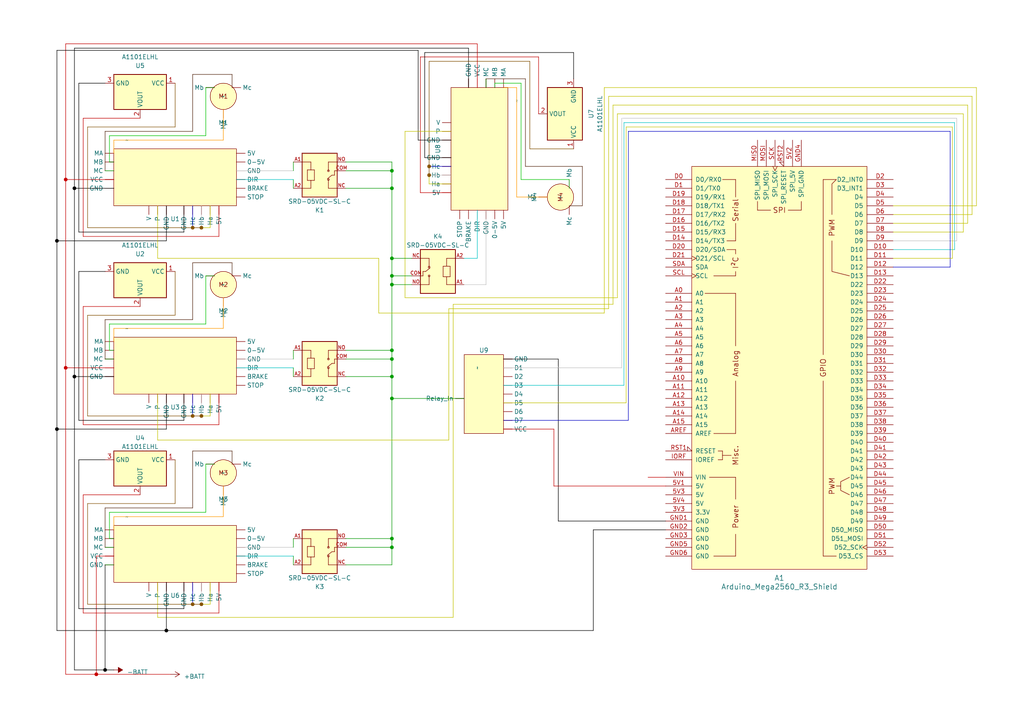
<source format=kicad_sch>
(kicad_sch (version 20230121) (generator eeschema)
  (paper "A4")
  (lib_symbols
    (symbol "Motor_DC_3Phase_1"
      (property "Reference" "M4" (at 0 7.62 0))
      (property "Value" "~" (at 0 0 0))
      (symbol "Motor_DC_3Phase_1_1_1"
        (circle (center 0 0) (radius 3.81) (fill (type background)))
        (text "M4" (at 0 0 0) (effects (font (size 1.27 1.27))))
        (pin passive line (at 0 3.81 90) (length 2.54) (name "Ma") (number ""))
        (pin passive line (at 2.54 -2.54 0) (length 2.54) (name "Mb") (number ""))
        (pin passive line (at -2.54 -2.54 180) (length 2.54) (name "Mc") (number ""))
      )
    )
    (symbol "Motor_DC_3Phase_2"
      (property "Reference" "M1" (at 0 7.62 0))
      (property "Value" "~" (at 0 0 0))
      (symbol "Motor_DC_3Phase_2_1_1"
        (circle (center 0 0) (radius 3.81) (fill (type background)))
        (text "M1" (at 0 0 0) (effects (font (size 1.27 1.27))))
        (pin passive line (at 0 3.81 90) (length 2.54) (name "Ma") (number ""))
        (pin passive line (at 2.54 -2.54 0) (length 2.54) (name "Mb") (number ""))
        (pin passive line (at -2.54 -2.54 180) (length 2.54) (name "Mc") (number ""))
      )
    )
    (symbol "Motor_DC_3Phase_3"
      (property "Reference" "M2" (at 0 7.62 0))
      (property "Value" "~" (at 0 0 0))
      (symbol "Motor_DC_3Phase_3_1_1"
        (circle (center 0 0) (radius 3.81) (fill (type background)))
        (text "M2" (at 0 0 0) (effects (font (size 1.27 1.27))))
        (pin passive line (at 0 3.81 90) (length 2.54) (name "Ma") (number ""))
        (pin passive line (at 2.54 -2.54 0) (length 2.54) (name "Mb") (number ""))
        (pin passive line (at -2.54 -2.54 180) (length 2.54) (name "Mc") (number ""))
      )
    )
    (symbol "PCM_arduino-library:Arduino_Mega2560_R3_Shield" (pin_names (offset 1.016))
      (property "Reference" "A" (at 0 -62.23 0))
      (property "Value" "Arduino_Mega2560_R3_Shield" (at 0 -66.04 0))
      (symbol "Arduino_Mega2560_R3_Shield_0_0"
        (rectangle (start -25.4 -58.42) (end 25.4 58.42) (fill (type background)))
        (rectangle (start -20.32 -31.75) (end -12.7 -31.75))
        (rectangle (start -19.05 -54.61) (end -12.7 -54.61))
        (rectangle (start -19.05 -19.05) (end -12.7 -19.05))
        (rectangle (start -19.05 26.67) (end -12.7 26.67))
        (rectangle (start -17.78 -26.67) (end -16.51 -26.67))
        (rectangle (start -17.78 -24.13) (end -16.51 -24.13))
        (rectangle (start -16.51 -25.4) (end -13.97 -25.4))
        (rectangle (start -16.51 -24.13) (end -16.51 -26.67))
        (rectangle (start -16.51 54.61) (end -12.7 54.61))
        (rectangle (start -15.24 34.29) (end -12.7 34.29))
        (rectangle (start -15.24 36.83) (end -12.7 36.83))
        (rectangle (start -12.7 -54.61) (end -12.7 -48.26))
        (rectangle (start -12.7 -31.75) (end -12.7 -38.1))
        (rectangle (start -12.7 26.67) (end -12.7 27.94))
        (rectangle (start -12.7 34.29) (end -12.7 33.02))
        (rectangle (start -12.7 41.91) (end -12.7 36.83))
        (rectangle (start -12.7 49.53) (end -12.7 54.61))
        (rectangle (start -6.35 48.26) (end -6.35 45.72))
        (rectangle (start -2.54 45.72) (end -6.35 45.72))
        (polyline (pts (xy -21.59 21.59) (xy -12.7 21.59)))
        (polyline (pts (xy -12.7 -19.05) (xy -12.7 -3.81)))
        (polyline (pts (xy -12.7 6.35) (xy -12.7 21.59)))
        (polyline (pts (xy 12.7 -54.61) (xy 16.51 -54.61)))
        (polyline (pts (xy 12.7 54.61) (xy 16.51 54.61)))
        (polyline (pts (xy 17.78 -34.29) (xy 16.51 -34.29)))
        (polyline (pts (xy 15.24 36.83) (xy 15.24 27.94) (xy 20.32 26.67)))
        (polyline (pts (xy 15.24 44.45) (xy 15.24 53.34) (xy 16.51 54.61)))
        (polyline (pts (xy 20.32 -31.75) (xy 17.78 -33.02) (xy 17.78 -35.56) (xy 20.32 -36.83)))
        (rectangle (start 6.35 45.72) (end 2.54 45.72))
        (rectangle (start 6.35 48.26) (end 6.35 45.72))
        (text "Analog" (at -12.7 1.27 900) (effects (font (size 1.524 1.524))))
        (text "I²C" (at -12.7 30.48 900) (effects (font (size 1.524 1.524))))
        (text "Misc." (at -12.7 -25.4 900) (effects (font (size 1.524 1.524))))
        (text "Power" (at -12.7 -43.18 900) (effects (font (size 1.524 1.524))))
        (text "PWM" (at 15.24 -34.29 900) (effects (font (size 1.524 1.524))))
        (text "PWM" (at 15.24 40.64 900) (effects (font (size 1.524 1.524))))
        (text "Serial" (at -12.7 45.72 900) (effects (font (size 1.524 1.524))))
        (text "SPI" (at 0 45.72 0) (effects (font (size 1.524 1.524))))
      )
      (symbol "Arduino_Mega2560_R3_Shield_1_0"
        (rectangle (start 12.7 -54.61) (end 12.7 -3.81))
        (rectangle (start 12.7 54.61) (end 12.7 3.81))
        (text "GPIO" (at 12.7 0 900) (effects (font (size 1.524 1.524))))
      )
      (symbol "Arduino_Mega2560_R3_Shield_1_1"
        (pin power_out line (at -33.02 -41.91 0) (length 7.62) (name "3.3V") (number "3V3"))
        (pin power_in line (at -33.02 -34.29 0) (length 7.62) (name "5V") (number "5V1"))
        (pin power_in line (at 3.81 66.04 270) (length 7.62) (name "SPI_5V") (number "5V2"))
        (pin power_in line (at -33.02 -36.83 0) (length 7.62) (name "5V") (number "5V3"))
        (pin power_in line (at -33.02 -39.37 0) (length 7.62) (name "5V") (number "5V4"))
        (pin bidirectional line (at -33.02 21.59 0) (length 7.62) (name "A0") (number "A0"))
        (pin bidirectional line (at -33.02 19.05 0) (length 7.62) (name "A1") (number "A1"))
        (pin bidirectional line (at -33.02 -3.81 0) (length 7.62) (name "A10") (number "A10"))
        (pin bidirectional line (at -33.02 -6.35 0) (length 7.62) (name "A11") (number "A11"))
        (pin bidirectional line (at -33.02 -8.89 0) (length 7.62) (name "A12") (number "A12"))
        (pin bidirectional line (at -33.02 -11.43 0) (length 7.62) (name "A13") (number "A13"))
        (pin bidirectional line (at -33.02 -13.97 0) (length 7.62) (name "A14") (number "A14"))
        (pin bidirectional line (at -33.02 -16.51 0) (length 7.62) (name "A15") (number "A15"))
        (pin bidirectional line (at -33.02 16.51 0) (length 7.62) (name "A2") (number "A2"))
        (pin bidirectional line (at -33.02 13.97 0) (length 7.62) (name "A3") (number "A3"))
        (pin bidirectional line (at -33.02 11.43 0) (length 7.62) (name "A4") (number "A4"))
        (pin bidirectional line (at -33.02 8.89 0) (length 7.62) (name "A5") (number "A5"))
        (pin bidirectional line (at -33.02 6.35 0) (length 7.62) (name "A6") (number "A6"))
        (pin bidirectional line (at -33.02 3.81 0) (length 7.62) (name "A7") (number "A7"))
        (pin bidirectional line (at -33.02 1.27 0) (length 7.62) (name "A8") (number "A8"))
        (pin bidirectional line (at -33.02 -1.27 0) (length 7.62) (name "A9") (number "A9"))
        (pin input line (at -33.02 -19.05 0) (length 7.62) (name "AREF") (number "AREF"))
        (pin bidirectional line (at -33.02 54.61 0) (length 7.62) (name "D0/RX0") (number "D0"))
        (pin bidirectional line (at -33.02 52.07 0) (length 7.62) (name "D1/TX0") (number "D1"))
        (pin bidirectional line (at 33.02 34.29 180) (length 7.62) (name "D10") (number "D10"))
        (pin bidirectional line (at 33.02 31.75 180) (length 7.62) (name "D11") (number "D11"))
        (pin bidirectional line (at 33.02 29.21 180) (length 7.62) (name "D12") (number "D12"))
        (pin bidirectional line (at 33.02 26.67 180) (length 7.62) (name "D13") (number "D13"))
        (pin bidirectional line (at -33.02 36.83 0) (length 7.62) (name "D14/TX3") (number "D14"))
        (pin bidirectional line (at -33.02 39.37 0) (length 7.62) (name "D15/RX3") (number "D15"))
        (pin bidirectional line (at -33.02 41.91 0) (length 7.62) (name "D16/TX2") (number "D16"))
        (pin bidirectional line (at -33.02 44.45 0) (length 7.62) (name "D17/RX2") (number "D17"))
        (pin bidirectional line (at -33.02 46.99 0) (length 7.62) (name "D18/TX1") (number "D18"))
        (pin bidirectional line (at -33.02 49.53 0) (length 7.62) (name "D19/RX1") (number "D19"))
        (pin bidirectional line (at 33.02 54.61 180) (length 7.62) (name "D2_INT0") (number "D2"))
        (pin bidirectional line (at -33.02 34.29 0) (length 7.62) (name "D20/SDA") (number "D20"))
        (pin bidirectional clock (at -33.02 31.75 0) (length 7.62) (name "D21/SCL") (number "D21"))
        (pin bidirectional line (at 33.02 24.13 180) (length 7.62) (name "D22") (number "D22"))
        (pin bidirectional line (at 33.02 21.59 180) (length 7.62) (name "D23") (number "D23"))
        (pin bidirectional line (at 33.02 19.05 180) (length 7.62) (name "D24") (number "D24"))
        (pin bidirectional line (at 33.02 16.51 180) (length 7.62) (name "D25") (number "D25"))
        (pin bidirectional line (at 33.02 13.97 180) (length 7.62) (name "D26") (number "D26"))
        (pin bidirectional line (at 33.02 11.43 180) (length 7.62) (name "D27") (number "D27"))
        (pin bidirectional line (at 33.02 8.89 180) (length 7.62) (name "D28") (number "D28"))
        (pin bidirectional line (at 33.02 6.35 180) (length 7.62) (name "D29") (number "D29"))
        (pin bidirectional line (at 33.02 52.07 180) (length 7.62) (name "D3_INT1") (number "D3"))
        (pin bidirectional line (at 33.02 3.81 180) (length 7.62) (name "D30") (number "D30"))
        (pin bidirectional line (at 33.02 1.27 180) (length 7.62) (name "D31") (number "D31"))
        (pin bidirectional line (at 33.02 -1.27 180) (length 7.62) (name "D32") (number "D32"))
        (pin bidirectional line (at 33.02 -3.81 180) (length 7.62) (name "D33") (number "D33"))
        (pin bidirectional line (at 33.02 -6.35 180) (length 7.62) (name "D34") (number "D34"))
        (pin bidirectional line (at 33.02 -8.89 180) (length 7.62) (name "D35") (number "D35"))
        (pin bidirectional line (at 33.02 -11.43 180) (length 7.62) (name "D36") (number "D36"))
        (pin bidirectional line (at 33.02 -13.97 180) (length 7.62) (name "D37") (number "D37"))
        (pin bidirectional line (at 33.02 -16.51 180) (length 7.62) (name "D38") (number "D38"))
        (pin bidirectional line (at 33.02 -19.05 180) (length 7.62) (name "D39") (number "D39"))
        (pin bidirectional line (at 33.02 49.53 180) (length 7.62) (name "D4") (number "D4"))
        (pin bidirectional line (at 33.02 -21.59 180) (length 7.62) (name "D40") (number "D40"))
        (pin bidirectional line (at 33.02 -24.13 180) (length 7.62) (name "D41") (number "D41"))
        (pin bidirectional line (at 33.02 -26.67 180) (length 7.62) (name "D42") (number "D42"))
        (pin bidirectional line (at 33.02 -29.21 180) (length 7.62) (name "D43") (number "D43"))
        (pin bidirectional line (at 33.02 -31.75 180) (length 7.62) (name "D44") (number "D44"))
        (pin bidirectional line (at 33.02 -34.29 180) (length 7.62) (name "D45") (number "D45"))
        (pin bidirectional line (at 33.02 -36.83 180) (length 7.62) (name "D46") (number "D46"))
        (pin bidirectional line (at 33.02 -39.37 180) (length 7.62) (name "D47") (number "D47"))
        (pin bidirectional line (at 33.02 -41.91 180) (length 7.62) (name "D48") (number "D48"))
        (pin bidirectional line (at 33.02 -44.45 180) (length 7.62) (name "D49") (number "D49"))
        (pin bidirectional line (at 33.02 46.99 180) (length 7.62) (name "D5") (number "D5"))
        (pin bidirectional line (at 33.02 -46.99 180) (length 7.62) (name "D50_MISO") (number "D50"))
        (pin bidirectional line (at 33.02 -49.53 180) (length 7.62) (name "D51_MOSI") (number "D51"))
        (pin bidirectional clock (at 33.02 -52.07 180) (length 7.62) (name "D52_SCK") (number "D52"))
        (pin bidirectional line (at 33.02 -54.61 180) (length 7.62) (name "D53_CS") (number "D53"))
        (pin bidirectional line (at 33.02 44.45 180) (length 7.62) (name "D6") (number "D6"))
        (pin bidirectional line (at 33.02 41.91 180) (length 7.62) (name "D7") (number "D7"))
        (pin bidirectional line (at 33.02 39.37 180) (length 7.62) (name "D8") (number "D8"))
        (pin bidirectional line (at 33.02 36.83 180) (length 7.62) (name "D9") (number "D9"))
        (pin power_in line (at -33.02 -44.45 0) (length 7.62) (name "GND") (number "GND1"))
        (pin power_in line (at -33.02 -46.99 0) (length 7.62) (name "GND") (number "GND2"))
        (pin power_in line (at -33.02 -49.53 0) (length 7.62) (name "GND") (number "GND3"))
        (pin power_in line (at 6.35 66.04 270) (length 7.62) (name "SPI_GND") (number "GND4"))
        (pin power_in line (at -33.02 -52.07 0) (length 7.62) (name "GND") (number "GND5"))
        (pin power_in line (at -33.02 -54.61 0) (length 7.62) (name "GND") (number "GND6"))
        (pin output line (at -33.02 -26.67 0) (length 7.62) (name "IOREF") (number "IORF"))
        (pin input line (at -6.35 66.04 270) (length 7.62) (name "SPI_MISO") (number "MISO"))
        (pin output line (at -3.81 66.04 270) (length 7.62) (name "SPI_MOSI") (number "MOSI"))
        (pin open_collector input_low (at -33.02 -24.13 0) (length 7.62) (name "RESET") (number "RST1"))
        (pin open_collector input_low (at 1.27 66.04 270) (length 7.62) (name "SPI_RESET") (number "RST2"))
        (pin output clock (at -1.27 66.04 270) (length 7.62) (name "SPI_SCK") (number "SCK"))
        (pin bidirectional clock (at -33.02 26.67 0) (length 7.62) (name "SCL") (number "SCL"))
        (pin bidirectional line (at -33.02 29.21 0) (length 7.62) (name "SDA") (number "SDA"))
        (pin power_in line (at -33.02 -31.75 0) (length 7.62) (name "VIN") (number "VIN"))
      )
    )
    (symbol "SRD-05VDC-SL-C:SRD-05VDC-SL-C" (pin_names (offset 1.016))
      (property "Reference" "K" (at -5.0809 5.843 0))
      (property "Value" "SRD-05VDC-SL-C" (at -5.0832 -10.1664 0))
      (symbol "SRD-05VDC-SL-C_0_0"
        (rectangle (start -5.08 -7.62) (end 5.08 5.08) (stroke (width 0.254)) (fill (type background)))
        (polyline (pts (xy -5.08 2.54) (xy -2.54 2.54)) (stroke (width 0.1524)))
        (polyline (pts (xy -3.556 -2.794) (xy -2.54 -2.794)) (stroke (width 0.1524)))
        (polyline (pts (xy -3.556 0.254) (xy -3.556 -2.794)) (stroke (width 0.1524)))
        (polyline (pts (xy -2.54 -5.08) (xy -5.08 -5.08)) (stroke (width 0.1524)))
        (polyline (pts (xy -2.54 -2.794) (xy -2.54 -5.08)) (stroke (width 0.1524)))
        (polyline (pts (xy -2.54 -2.794) (xy -1.524 -2.794)) (stroke (width 0.1524)))
        (polyline (pts (xy -2.54 0.254) (xy -3.556 0.254)) (stroke (width 0.1524)))
        (polyline (pts (xy -2.54 2.54) (xy -2.54 0.254)) (stroke (width 0.1524)))
        (polyline (pts (xy -1.524 -2.794) (xy -1.524 0.254)) (stroke (width 0.1524)))
        (polyline (pts (xy -1.524 0.254) (xy -2.54 0.254)) (stroke (width 0.1524)))
        (polyline (pts (xy 2.54 -5.08) (xy 5.08 -5.08)) (stroke (width 0.1524)))
        (polyline (pts (xy 2.54 -2.54) (xy 2.54 -5.08)) (stroke (width 0.1524)))
        (polyline (pts (xy 2.54 2.54) (xy 2.54 0)) (stroke (width 0.1524)))
        (polyline (pts (xy 3.556 -1.27) (xy 2.286 -2.286)) (stroke (width 0.1524)))
        (polyline (pts (xy 3.556 -1.27) (xy 4.318 -1.27)) (stroke (width 0.1524)))
        (polyline (pts (xy 4.318 -1.27) (xy 4.318 0)) (stroke (width 0.1524)))
        (polyline (pts (xy 4.318 0) (xy 5.08 0)) (stroke (width 0.1524)))
        (polyline (pts (xy 5.08 2.54) (xy 2.54 2.54)) (stroke (width 0.1524)))
        (circle (center 2.54 -2.54) (radius 0.254) (stroke (width 0.1524)))
        (circle (center 2.54 0) (radius 0.254) (stroke (width 0.1524)))
        (pin passive line (at -7.62 2.54 0) (length 2.54) (name "~") (number "A1"))
        (pin passive line (at -7.62 -5.08 0) (length 2.54) (name "~") (number "A2"))
        (pin passive line (at 7.62 0 180) (length 2.54) (name "~") (number "COM"))
        (pin passive line (at 7.62 -5.08 180) (length 2.54) (name "~") (number "NC"))
        (pin passive line (at 7.62 2.54 180) (length 2.54) (name "~") (number "NO"))
      )
    )
    (symbol "Sensor_Magnetic:A1101ELHL"
      (property "Reference" "U" (at 0 11.43 0))
      (property "Value" "A1101ELHL" (at 0 8.89 0))
      (symbol "A1101ELHL_0_1"
        (rectangle (start -5.08 7.62) (end 5.08 -7.62) (stroke (width 0.254)) (fill (type background)))
      )
      (symbol "A1101ELHL_1_1"
        (pin power_in line (at -2.54 10.16 270) (length 2.54) (name "VCC") (number "1"))
        (pin open_collector line (at 7.62 0 180) (length 2.54) (name "VOUT") (number "2"))
        (pin power_in line (at -2.54 -10.16 90) (length 2.54) (name "GND") (number "3"))
      )
    )
    (symbol "external-components:Motor_DC_3Phase"
      (property "Reference" "M3" (at 0 7.62 0))
      (property "Value" "~" (at 0 0 0))
      (symbol "Motor_DC_3Phase_1_1"
        (circle (center 0 0) (radius 3.81) (fill (type background)))
        (text "M3" (at 0 0 0) (effects (font (size 1.27 1.27))))
        (pin passive line (at 0 3.81 90) (length 2.54) (name "Ma") (number ""))
        (pin passive line (at 2.54 -2.54 0) (length 2.54) (name "Mb") (number ""))
        (pin passive line (at -2.54 -2.54 180) (length 2.54) (name "Mc") (number ""))
      )
    )
    (symbol "external-components:Relay_to_Arduino"
      (property "Reference" "U9" (at -12.7 0 0))
      (property "Value" "~" (at -7.62 -3.81 0))
      (symbol "Relay_to_Arduino_1_1"
        (rectangle (start -11.43 3.81) (end 11.43 -7.62) (fill (type background)))
        (pin bidirectional line (at -7.62 3.81 90) (length 2.54) (name "D1") (number ""))
        (pin bidirectional line (at -5.08 3.81 90) (length 2.54) (name "D2") (number ""))
        (pin bidirectional line (at -2.54 3.81 90) (length 2.54) (name "D3") (number ""))
        (pin bidirectional line (at 0 3.81 90) (length 2.54) (name "D4") (number ""))
        (pin bidirectional line (at 2.54 3.81 90) (length 2.54) (name "D5") (number ""))
        (pin bidirectional line (at 5.08 3.81 90) (length 2.54) (name "D6") (number ""))
        (pin bidirectional line (at 7.62 3.81 90) (length 2.54) (name "D7") (number ""))
        (pin bidirectional line (at -10.16 3.81 90) (length 2.54) (name "GND") (number ""))
        (pin bidirectional line (at 1.27 -7.62 270) (length 2.54) (name "Relay_In") (number ""))
        (pin bidirectional line (at 10.16 3.81 90) (length 2.54) (name "VCC") (number ""))
      )
    )
    (symbol "external-components:RioRand_350W_6-60V_PWM_Brushless_DC_Motor_Controller"
      (property "Reference" "U" (at -20.32 11.43 0))
      (symbol "RioRand_350W_6-60V_PWM_Brushless_DC_Motor_Controller_1_1"
        (rectangle (start -24.13 8.89) (end 11.43 -7.62) (fill (type background)))
        (pin input line (at 11.43 5.08 0) (length 2.54) (name "0-5V") (number ""))
        (pin input line (at 6.35 -7.62 270) (length 2.54) (name "5V") (number ""))
        (pin input line (at 11.43 7.62 0) (length 2.54) (name "5V") (number ""))
        (pin input line (at 11.43 -2.54 0) (length 2.54) (name "BRAKE") (number ""))
        (pin input line (at 11.43 0 0) (length 2.54) (name "DIR") (number ""))
        (pin power_in line (at -24.13 -2.54 180) (length 2.54) (name "GND") (number ""))
        (pin output line (at -8.89 -7.62 270) (length 2.54) (name "GND") (number ""))
        (pin input line (at -3.81 -7.62 270) (length 2.54) (name "GND") (number ""))
        (pin input line (at 11.43 2.54 0) (length 2.54) (name "GND") (number ""))
        (pin input line (at 3.81 -7.62 270) (length 2.54) (name "Ha") (number ""))
        (pin input line (at 1.27 -7.62 270) (length 2.54) (name "Hb") (number ""))
        (pin input line (at -1.27 -7.62 270) (length 2.54) (name "Hc") (number ""))
        (pin input line (at -24.13 7.62 180) (length 2.54) (name "MA") (number ""))
        (pin input line (at -24.13 5.08 180) (length 2.54) (name "MB") (number ""))
        (pin input line (at -24.13 2.54 180) (length 2.54) (name "MC") (number ""))
        (pin output line (at -11.43 -7.62 270) (length 2.54) (name "P") (number ""))
        (pin input line (at 11.43 -5.08 0) (length 2.54) (name "STOP") (number ""))
        (pin output line (at -13.97 -7.62 270) (length 2.54) (name "V") (number ""))
        (pin power_in line (at -24.13 0 180) (length 2.54) (name "VCC") (number ""))
      )
    )
    (symbol "power:+BATT" (power) (pin_names (offset 0))
      (property "Value" "+BATT" (at 0 3.556 0))
      (symbol "+BATT_0_1"
        (polyline (pts (xy -0.762 1.27) (xy 0 2.54)))
        (polyline (pts (xy 0 0) (xy 0 2.54)))
        (polyline (pts (xy 0 2.54) (xy 0.762 1.27)))
      )
      (symbol "+BATT_1_1"
        (pin power_in line (at 0 0 90) (length 0) hide (name "+BATT") (number "1"))
      )
    )
    (symbol "power:-BATT" (power) (pin_names (offset 0))
      (property "Value" "-BATT" (at 0 3.556 0))
      (symbol "-BATT_0_1"
        (polyline (pts (xy 0 0) (xy 0 2.54)))
        (polyline (pts (xy 0.762 1.27) (xy -0.762 1.27) (xy 0 2.54) (xy 0.762 1.27)) (fill (type outline)))
      )
      (symbol "-BATT_1_1"
        (pin power_in line (at 0 0 90) (length 0) hide (name "-BATT") (number "1"))
      )
    )
  )
  (junction (at 113.665 74.93))
  (junction (at 113.665 82.55))
  (junction (at 113.665 115.57))
  (junction (at 27.94 195.58) (color 194 0 0 1))
  (junction (at 55.88 175.26) (color 128 77 0 1))
  (junction (at 48.26 182.88) (color 0 0 0 1))
  (junction (at 55.88 120.65) (color 128 77 0 1))
  (junction (at 16.51 124.46) (color 0 0 0 1))
  (junction (at 19.05 106.68) (color 194 0 0 1))
  (junction (at 113.665 54.61))
  (junction (at 21.59 109.22) (color 0 0 0 1))
  (junction (at 19.05 52.07) (color 194 0 0 1))
  (junction (at 58.42 120.65) (color 128 77 0 1))
  (junction (at 30.48 194.31) (color 0 0 0 1))
  (junction (at 58.42 66.04) (color 128 77 0 1))
  (junction (at 124.46 50.8) (color 128 77 0 1))
  (junction (at 113.665 49.53))
  (junction (at 113.665 101.6))
  (junction (at 124.46 48.26) (color 128 77 0 1))
  (junction (at 113.665 158.75))
  (junction (at 58.42 175.26) (color 128 77 0 1))
  (junction (at 113.665 109.22))
  (junction (at 113.665 156.21))
  (junction (at 16.51 69.85) (color 0 0 0 1))
  (junction (at 21.59 54.61) (color 0 0 0 1))
  (junction (at 113.665 104.14))
  (junction (at 113.665 80.01))
  (junction (at 55.88 66.04) (color 128 77 0 1))
  (wire (pts (xy 30.48 163.83) (xy 30.48 194.31)) (stroke (width 0) (color 0 0 0 1)))
  (wire (pts (xy 19.05 195.58) (xy 27.94 195.58)) (stroke (width 0) (color 194 0 0 1)))
  (wire (pts (xy 158.75 57.15) (xy 149.86 57.15)) (stroke (width 0) (color 255 153 0 1)))
  (wire (pts (xy 55.88 147.32) (xy 30.48 147.32)) (stroke (width 0) (color 84 39 17 1)))
  (wire (pts (xy 62.23 134.62) (xy 59.69 134.62)))
  (wire (pts (xy 63.5 177.8) (xy 63.5 168.91)) (stroke (width 0) (color 194 0 0 1)))
  (wire (pts (xy 30.48 78.74) (xy 22.86 78.74)) (stroke (width 0) (color 0 0 0 1)))
  (wire (pts (xy 58.42 175.26) (xy 58.42 168.91)) (stroke (width 0) (color 194 194 194 1)))
  (wire (pts (xy 64.77 86.36) (xy 64.77 95.25)) (stroke (width 0) (color 255 153 0 1)))
  (wire (pts (xy 31.75 39.37) (xy 31.75 46.99)) (stroke (width 0) (color 0 194 0 1)))
  (wire (pts (xy 50.8 146.05) (xy 25.4 146.05)) (stroke (width 0) (color 128 77 0 1)))
  (wire (pts (xy 123.19 45.72) (xy 130.81 45.72)) (stroke (width 0) (color 0 0 0 1)))
  (wire (pts (xy 30.48 158.75) (xy 33.02 158.75)))
  (wire (pts (xy 55.88 66.04) (xy 58.42 66.04)) (stroke (width 0) (color 128 77 0 1)))
  (wire (pts (xy 45.72 114.3) (xy 45.72 127.635)) (stroke (width 0) (color 194 194 0 1)))
  (wire (pts (xy 58.42 175.26) (xy 60.96 175.26)) (stroke (width 0) (color 194 194 0 1)))
  (wire (pts (xy 181.61 116.84) (xy 181.61 36.83)) (stroke (width 0) (color 194 194 0 1)))
  (wire (pts (xy 143.51 25.4) (xy 143.51 24.13)))
  (wire (pts (xy 30.48 92.71) (xy 30.48 104.14)) (stroke (width 0) (color 84 39 17 1)))
  (wire (pts (xy 276.86 72.39) (xy 259.08 72.39)) (stroke (width 0) (color 0 194 194 1)))
  (wire (pts (xy 59.69 25.4) (xy 59.69 39.37)) (stroke (width 0) (color 0 194 0 1)))
  (wire (pts (xy 153.67 43.18) (xy 153.67 17.78)) (stroke (width 0) (color 128 77 0 1)))
  (wire (pts (xy 179.07 33.02) (xy 279.4 33.02)) (stroke (width 0) (color 194 194 0 1)))
  (wire (pts (xy 59.69 39.37) (xy 31.75 39.37)) (stroke (width 0) (color 0 194 0 1)))
  (wire (pts (xy 149.86 57.15) (xy 149.86 25.4)) (stroke (width 0) (color 255 153 0 1)))
  (wire (pts (xy 68.58 104.14) (xy 85.09 104.14)) (stroke (width 0) (color 194 194 194 1)))
  (wire (pts (xy 33.02 46.99) (xy 31.75 46.99)))
  (wire (pts (xy 277.495 69.85) (xy 259.08 69.85)) (stroke (width 0) (color 194 194 194 1)))
  (wire (pts (xy 113.665 156.21) (xy 113.665 115.57)))
  (wire (pts (xy 67.31 80.01) (xy 67.31 76.2)) (stroke (width 0) (color 84 39 17 1)))
  (wire (pts (xy 22.86 133.35) (xy 22.86 176.53)) (stroke (width 0) (color 0 0 0 1)))
  (wire (pts (xy 172.085 182.88) (xy 48.26 182.88)) (stroke (width 0) (color 0 0 0 1)))
  (wire (pts (xy 283.21 59.69) (xy 259.08 59.69)) (stroke (width 0) (color 194 194 0 1)))
  (wire (pts (xy 113.665 158.75) (xy 113.665 156.21)))
  (wire (pts (xy 113.665 80.01) (xy 119.38 80.01)))
  (wire (pts (xy 165.1 54.61) (xy 165.1 52.07)))
  (wire (pts (xy 113.665 46.99) (xy 113.665 49.53)))
  (wire (pts (xy 182.245 38.1) (xy 275.59 38.1)) (stroke (width 0) (color 0 0 194 1)))
  (wire (pts (xy 124.46 48.26) (xy 124.46 50.8)) (stroke (width 0) (color 128 77 0 1)))
  (wire (pts (xy 113.665 74.93) (xy 113.665 80.01)))
  (wire (pts (xy 22.86 67.31) (xy 53.34 67.31)) (stroke (width 0) (color 0 0 0 1)))
  (wire (pts (xy 276.225 36.83) (xy 276.225 74.93)) (stroke (width 0) (color 194 194 0 1)))
  (wire (pts (xy 275.59 38.1) (xy 275.59 77.47)) (stroke (width 0) (color 0 0 194 1)))
  (wire (pts (xy 24.13 143.51) (xy 24.13 177.8)) (stroke (width 0) (color 194 0 0 1)))
  (wire (pts (xy 64.77 40.64) (xy 33.02 40.64)) (stroke (width 0) (color 255 153 0 1)))
  (wire (pts (xy 58.42 66.04) (xy 58.42 59.69)) (stroke (width 0) (color 194 194 194 1)))
  (wire (pts (xy 48.26 124.46) (xy 16.51 124.46)) (stroke (width 0) (color 0 0 0 1)))
  (wire (pts (xy 100.33 109.22) (xy 113.665 109.22)))
  (wire (pts (xy 113.665 101.6) (xy 113.665 104.14)))
  (wire (pts (xy 113.665 109.22) (xy 113.665 115.57)))
  (wire (pts (xy 21.59 109.22) (xy 21.59 194.31)) (stroke (width 0) (color 0 0 0 1)))
  (wire (pts (xy 19.05 12.7) (xy 19.05 52.07)) (stroke (width 0) (color 194 0 0 1)))
  (wire (pts (xy 59.69 134.62) (xy 59.69 148.59)) (stroke (width 0) (color 0 194 0 1)))
  (wire (pts (xy 48.26 69.85) (xy 16.51 69.85)) (stroke (width 0) (color 0 0 0 1)))
  (wire (pts (xy 45.72 127.635) (xy 130.175 127.635)) (stroke (width 0) (color 194 194 0 1)))
  (wire (pts (xy 135.89 25.4) (xy 135.89 13.97)) (stroke (width 0) (color 0 0 0 1)))
  (wire (pts (xy 124.46 48.26) (xy 130.81 48.26)) (stroke (width 0) (color 0 0 194 1)))
  (wire (pts (xy 63.5 123.19) (xy 63.5 114.3)) (stroke (width 0) (color 194 0 0 1)))
  (wire (pts (xy 50.8 24.13) (xy 50.8 36.83)) (stroke (width 0) (color 128 77 0 1)))
  (wire (pts (xy 68.58 52.07) (xy 85.09 52.07)) (stroke (width 0) (color 0 194 194 1)))
  (wire (pts (xy 176.53 27.94) (xy 281.94 27.94)) (stroke (width 0) (color 194 194 0 1)))
  (wire (pts (xy 58.42 120.65) (xy 58.42 114.3)) (stroke (width 0) (color 194 194 194 1)))
  (wire (pts (xy 180.975 35.56) (xy 276.86 35.56)) (stroke (width 0) (color 0 194 194 1)))
  (wire (pts (xy 152.4 22.86) (xy 140.97 22.86)) (stroke (width 0) (color 84 39 17 1)))
  (wire (pts (xy 68.58 106.68) (xy 85.09 106.68)) (stroke (width 0) (color 0 194 194 1)))
  (wire (pts (xy 45.72 74.93) (xy 109.855 74.93)) (stroke (width 0) (color 194 194 0 1)))
  (wire (pts (xy 156.21 16.51) (xy 121.92 16.51)) (stroke (width 0) (color 194 0 0 1)))
  (wire (pts (xy 160.655 140.97) (xy 193.04 140.97)) (stroke (width 0) (color 194 0 0 1)))
  (wire (pts (xy 140.97 82.55) (xy 134.62 82.55)) (stroke (width 0) (color 194 194 194 1)))
  (wire (pts (xy 68.58 158.75) (xy 85.09 158.75)) (stroke (width 0) (color 194 194 194 1)))
  (wire (pts (xy 121.92 55.88) (xy 130.81 55.88)) (stroke (width 0) (color 194 0 0 1)))
  (wire (pts (xy 135.89 13.97) (xy 21.59 13.97)) (stroke (width 0) (color 0 0 0 1)))
  (wire (pts (xy 33.02 163.83) (xy 30.48 163.83)))
  (wire (pts (xy 152.4 48.26) (xy 152.4 22.86)) (stroke (width 0) (color 84 39 17 1)))
  (wire (pts (xy 275.59 77.47) (xy 259.08 77.47)) (stroke (width 0) (color 0 0 194 1)))
  (wire (pts (xy 50.8 78.74) (xy 50.8 91.44)) (stroke (width 0) (color 128 77 0 1)))
  (wire (pts (xy 55.88 175.26) (xy 58.42 175.26)) (stroke (width 0) (color 128 77 0 1)))
  (wire (pts (xy 33.02 156.21) (xy 31.75 156.21)))
  (wire (pts (xy 281.94 27.94) (xy 281.94 62.23)) (stroke (width 0) (color 194 194 0 1)))
  (wire (pts (xy 55.88 21.59) (xy 55.88 38.1)) (stroke (width 0) (color 84 39 17 1)))
  (wire (pts (xy 138.43 60.96) (xy 138.43 74.93)) (stroke (width 0) (color 0 194 194 1)))
  (wire (pts (xy 55.88 92.71) (xy 30.48 92.71)) (stroke (width 0) (color 84 39 17 1)))
  (wire (pts (xy 67.31 76.2) (xy 55.88 76.2)) (stroke (width 0) (color 84 39 17 1)))
  (wire (pts (xy 100.33 54.61) (xy 113.665 54.61)))
  (wire (pts (xy 25.4 120.65) (xy 55.88 120.65)) (stroke (width 0) (color 128 77 0 1)))
  (wire (pts (xy 16.51 14.605) (xy 16.51 69.85)) (stroke (width 0) (color 0 0 0 1)))
  (wire (pts (xy 117.475 86.36) (xy 179.07 86.36)) (stroke (width 0) (color 194 194 0 1)))
  (wire (pts (xy 30.48 133.35) (xy 22.86 133.35)) (stroke (width 0) (color 0 0 0 1)))
  (wire (pts (xy 121.285 40.64) (xy 121.285 14.605)) (stroke (width 0) (color 0 0 0 1)))
  (wire (pts (xy 25.4 175.26) (xy 55.88 175.26)) (stroke (width 0) (color 128 77 0 1)))
  (wire (pts (xy 117.475 38.1) (xy 117.475 86.36)) (stroke (width 0) (color 194 194 0 1)))
  (wire (pts (xy 151.13 24.13) (xy 143.51 24.13)) (stroke (width 0) (color 0 194 0 1)))
  (wire (pts (xy 138.43 12.7) (xy 19.05 12.7)) (stroke (width 0) (color 194 0 0 1)))
  (wire (pts (xy 175.26 25.4) (xy 283.21 25.4)) (stroke (width 0) (color 194 194 0 1)))
  (wire (pts (xy 131.445 179.07) (xy 131.445 88.265)) (stroke (width 0) (color 194 194 0 1)))
  (wire (pts (xy 113.665 115.57) (xy 134.62 115.57)))
  (wire (pts (xy 64.77 95.25) (xy 33.02 95.25)) (stroke (width 0) (color 255 153 0 1)))
  (wire (pts (xy 140.97 60.96) (xy 140.97 82.55)) (stroke (width 0) (color 194 194 194 1)))
  (wire (pts (xy 24.13 123.19) (xy 63.5 123.19)) (stroke (width 0) (color 194 0 0 1)))
  (wire (pts (xy 85.09 49.53) (xy 85.09 46.99)))
  (wire (pts (xy 64.77 31.75) (xy 64.77 40.64)) (stroke (width 0) (color 255 153 0 1)))
  (wire (pts (xy 146.05 104.14) (xy 161.925 104.14)) (stroke (width 0) (color 0 0 0 1)))
  (wire (pts (xy 113.665 54.61) (xy 113.665 74.93)))
  (wire (pts (xy 100.33 46.99) (xy 113.665 46.99)))
  (wire (pts (xy 168.91 59.69) (xy 168.91 48.26)) (stroke (width 0) (color 84 39 17 1)))
  (wire (pts (xy 27.94 161.29) (xy 33.02 161.29)) (stroke (width 0) (color 194 0 0 1)))
  (wire (pts (xy 19.05 52.07) (xy 19.05 106.68)) (stroke (width 0) (color 194 0 0 1)))
  (wire (pts (xy 27.94 195.58) (xy 49.53 195.58)) (stroke (width 0) (color 194 0 0 1)))
  (wire (pts (xy 109.855 90.805) (xy 175.26 90.805)) (stroke (width 0) (color 194 194 0 1)))
  (wire (pts (xy 179.07 86.36) (xy 179.07 33.02)) (stroke (width 0) (color 194 194 0 1)))
  (wire (pts (xy 85.09 52.07) (xy 85.09 54.61)))
  (wire (pts (xy 64.77 149.86) (xy 33.02 149.86)) (stroke (width 0) (color 255 153 0 1)))
  (wire (pts (xy 279.4 33.02) (xy 279.4 67.31)) (stroke (width 0) (color 194 194 0 1)))
  (wire (pts (xy 30.48 49.53) (xy 33.02 49.53)))
  (wire (pts (xy 30.48 104.14) (xy 33.02 104.14)))
  (wire (pts (xy 16.51 69.85) (xy 16.51 124.46)) (stroke (width 0) (color 0 0 0 1)))
  (wire (pts (xy 121.92 16.51) (xy 121.92 55.88)) (stroke (width 0) (color 194 0 0 1)))
  (wire (pts (xy 130.175 89.535) (xy 176.53 89.535)) (stroke (width 0) (color 194 194 0 1)))
  (wire (pts (xy 62.23 25.4) (xy 59.69 25.4)))
  (wire (pts (xy 63.5 68.58) (xy 63.5 59.69)) (stroke (width 0) (color 194 0 0 1)))
  (wire (pts (xy 280.67 30.48) (xy 280.67 64.77)) (stroke (width 0) (color 194 194 0 1)))
  (wire (pts (xy 59.69 148.59) (xy 31.75 148.59)) (stroke (width 0) (color 0 194 0 1)))
  (wire (pts (xy 55.88 120.65) (xy 58.42 120.65)) (stroke (width 0) (color 128 77 0 1)))
  (wire (pts (xy 22.86 121.92) (xy 53.34 121.92)) (stroke (width 0) (color 0 0 0 1)))
  (wire (pts (xy 16.51 182.88) (xy 48.26 182.88)) (stroke (width 0) (color 0 0 0 1)))
  (wire (pts (xy 55.88 66.04) (xy 55.88 59.69)) (stroke (width 0) (color 0 0 194 1)))
  (wire (pts (xy 50.8 133.35) (xy 50.8 146.05)) (stroke (width 0) (color 128 77 0 1)))
  (wire (pts (xy 33.02 101.6) (xy 31.75 101.6)))
  (wire (pts (xy 33.02 99.06) (xy 33.02 95.25)) (stroke (width 0) (color 255 153 0 1)))
  (wire (pts (xy 55.88 76.2) (xy 55.88 92.71)) (stroke (width 0) (color 84 39 17 1)))
  (wire (pts (xy 100.33 49.53) (xy 113.665 49.53)))
  (wire (pts (xy 280.67 64.77) (xy 259.08 64.77)) (stroke (width 0) (color 194 194 0 1)))
  (wire (pts (xy 160.655 124.46) (xy 160.655 140.97)) (stroke (width 0) (color 194 0 0 1)))
  (wire (pts (xy 124.46 50.8) (xy 124.46 53.34)) (stroke (width 0) (color 194 194 0 1)))
  (wire (pts (xy 60.96 66.04) (xy 60.96 59.69)) (stroke (width 0) (color 194 194 0 1)))
  (wire (pts (xy 21.59 194.31) (xy 30.48 194.31)) (stroke (width 0) (color 0 0 0 1)))
  (wire (pts (xy 113.665 49.53) (xy 113.665 54.61)))
  (wire (pts (xy 67.31 21.59) (xy 55.88 21.59)) (stroke (width 0) (color 84 39 17 1)))
  (wire (pts (xy 281.94 62.23) (xy 259.08 62.23)) (stroke (width 0) (color 194 194 0 1)))
  (wire (pts (xy 146.05 116.84) (xy 181.61 116.84)) (stroke (width 0) (color 194 194 0 1)))
  (wire (pts (xy 113.665 163.83) (xy 113.665 158.75)))
  (wire (pts (xy 33.02 54.61) (xy 21.59 54.61)) (stroke (width 0) (color 0 0 0 1)))
  (wire (pts (xy 172.085 153.67) (xy 193.04 153.67)) (stroke (width 0) (color 0 0 0 1)))
  (wire (pts (xy 180.34 106.68) (xy 180.34 34.29)) (stroke (width 0) (color 194 194 194 1)))
  (wire (pts (xy 45.72 168.91) (xy 45.72 179.07)) (stroke (width 0) (color 194 194 0 1)))
  (wire (pts (xy 33.02 153.67) (xy 33.02 149.86)) (stroke (width 0) (color 255 153 0 1)))
  (wire (pts (xy 113.665 80.01) (xy 113.665 82.55)))
  (wire (pts (xy 62.23 80.01) (xy 59.69 80.01)))
  (wire (pts (xy 50.8 36.83) (xy 25.4 36.83)) (stroke (width 0) (color 128 77 0 1)))
  (wire (pts (xy 168.91 48.26) (xy 152.4 48.26)) (stroke (width 0) (color 84 39 17 1)))
  (wire (pts (xy 283.21 25.4) (xy 283.21 59.69)) (stroke (width 0) (color 194 194 0 1)))
  (wire (pts (xy 31.75 148.59) (xy 31.75 156.21)) (stroke (width 0) (color 0 194 0 1)))
  (wire (pts (xy 25.4 66.04) (xy 25.4 36.83)) (stroke (width 0) (color 128 77 0 1)))
  (wire (pts (xy 85.09 104.14) (xy 85.09 101.6)))
  (wire (pts (xy 177.8 88.265) (xy 177.8 30.48)) (stroke (width 0) (color 194 194 0 1)))
  (wire (pts (xy 24.13 177.8) (xy 63.5 177.8)) (stroke (width 0) (color 194 0 0 1)))
  (wire (pts (xy 113.665 104.14) (xy 113.665 109.22)))
  (wire (pts (xy 130.81 40.64) (xy 121.285 40.64)) (stroke (width 0) (color 0 0 0 1)))
  (wire (pts (xy 53.34 176.53) (xy 53.34 168.91)) (stroke (width 0) (color 0 0 0 1)))
  (wire (pts (xy 59.69 93.98) (xy 31.75 93.98)) (stroke (width 0) (color 0 194 0 1)))
  (wire (pts (xy 33.02 106.68) (xy 19.05 106.68)) (stroke (width 0) (color 194 0 0 1)))
  (wire (pts (xy 182.245 121.92) (xy 182.245 38.1)) (stroke (width 0) (color 0 0 194 1)))
  (wire (pts (xy 67.31 25.4) (xy 67.31 21.59)) (stroke (width 0) (color 84 39 17 1)))
  (wire (pts (xy 48.26 182.88) (xy 48.26 168.91)) (stroke (width 0) (color 0 0 0 1)))
  (wire (pts (xy 53.34 121.92) (xy 53.34 114.3)) (stroke (width 0) (color 0 0 0 1)))
  (wire (pts (xy 22.86 176.53) (xy 53.34 176.53)) (stroke (width 0) (color 0 0 0 1)))
  (wire (pts (xy 100.33 101.6) (xy 113.665 101.6)))
  (wire (pts (xy 27.94 161.29) (xy 27.94 195.58)) (stroke (width 0) (color 194 0 0 1)))
  (wire (pts (xy 140.97 22.86) (xy 140.97 25.4)))
  (wire (pts (xy 30.48 24.13) (xy 22.86 24.13)) (stroke (width 0) (color 0 0 0 1)))
  (wire (pts (xy 119.38 82.55) (xy 113.665 82.55)))
  (wire (pts (xy 124.46 53.34) (xy 130.81 53.34)) (stroke (width 0) (color 194 194 0 1)))
  (wire (pts (xy 172.085 182.88) (xy 172.085 153.67)) (stroke (width 0) (color 0 0 0 1)))
  (wire (pts (xy 121.285 14.605) (xy 16.51 14.605)) (stroke (width 0) (color 0 0 0 1)))
  (wire (pts (xy 131.445 88.265) (xy 177.8 88.265)) (stroke (width 0) (color 194 194 0 1)))
  (wire (pts (xy 67.31 130.81) (xy 55.88 130.81)) (stroke (width 0) (color 84 39 17 1)))
  (wire (pts (xy 113.665 82.55) (xy 113.665 101.6)))
  (wire (pts (xy 25.4 120.65) (xy 25.4 91.44)) (stroke (width 0) (color 128 77 0 1)))
  (wire (pts (xy 165.1 52.07) (xy 151.13 52.07)) (stroke (width 0) (color 0 194 0 1)))
  (wire (pts (xy 177.8 30.48) (xy 280.67 30.48)) (stroke (width 0) (color 194 194 0 1)))
  (wire (pts (xy 193.04 138.43) (xy 187.96 138.43)) (stroke (width 0) (color 194 0 0 1)))
  (wire (pts (xy 277.495 34.29) (xy 277.495 69.85)) (stroke (width 0) (color 194 194 194 1)))
  (wire (pts (xy 33.02 44.45) (xy 33.02 40.64)) (stroke (width 0) (color 255 153 0 1)))
  (wire (pts (xy 176.53 27.94) (xy 176.53 89.535)) (stroke (width 0) (color 194 194 0 1)))
  (wire (pts (xy 58.42 66.04) (xy 60.96 66.04)) (stroke (width 0) (color 194 194 0 1)))
  (wire (pts (xy 134.62 74.93) (xy 138.43 74.93)) (stroke (width 0) (color 0 194 194 1)))
  (wire (pts (xy 124.46 17.78) (xy 124.46 48.26)) (stroke (width 0) (color 128 77 0 1)))
  (wire (pts (xy 53.34 67.31) (xy 53.34 59.69)) (stroke (width 0) (color 0 0 0 1)))
  (wire (pts (xy 85.09 158.75) (xy 85.09 156.21)))
  (wire (pts (xy 25.4 175.26) (xy 25.4 146.05)) (stroke (width 0) (color 128 77 0 1)))
  (wire (pts (xy 21.59 54.61) (xy 21.59 109.22)) (stroke (width 0) (color 0 0 0 1)))
  (wire (pts (xy 55.88 120.65) (xy 55.88 114.3)) (stroke (width 0) (color 0 0 194 1)))
  (wire (pts (xy 55.88 175.26) (xy 55.88 168.91)) (stroke (width 0) (color 0 0 194 1)))
  (wire (pts (xy 279.4 67.31) (xy 259.08 67.31)) (stroke (width 0) (color 194 194 0 1)))
  (wire (pts (xy 40.64 88.9) (xy 24.13 88.9)) (stroke (width 0) (color 194 0 0 1)))
  (wire (pts (xy 181.61 36.83) (xy 276.225 36.83)) (stroke (width 0) (color 194 194 0 1)))
  (wire (pts (xy 146.05 106.68) (xy 180.34 106.68)) (stroke (width 0) (color 194 194 194 1)))
  (wire (pts (xy 161.925 104.14) (xy 161.925 151.13)) (stroke (width 0) (color 0 0 0 1)))
  (wire (pts (xy 59.69 80.01) (xy 59.69 93.98)) (stroke (width 0) (color 0 194 0 1)))
  (wire (pts (xy 16.51 124.46) (xy 16.51 182.88)) (stroke (width 0) (color 0 0 0 1)))
  (wire (pts (xy 276.86 35.56) (xy 276.86 72.39)) (stroke (width 0) (color 0 194 194 1)))
  (wire (pts (xy 68.58 161.29) (xy 85.09 161.29)) (stroke (width 0) (color 0 194 194 1)))
  (wire (pts (xy 100.33 163.83) (xy 113.665 163.83)))
  (wire (pts (xy 21.59 13.97) (xy 21.59 54.61)) (stroke (width 0) (color 0 0 0 1)))
  (wire (pts (xy 30.48 38.1) (xy 30.48 49.53)) (stroke (width 0) (color 84 39 17 1)))
  (wire (pts (xy 85.09 106.68) (xy 85.09 109.22)))
  (wire (pts (xy 175.26 90.805) (xy 175.26 25.4)) (stroke (width 0) (color 194 194 0 1)))
  (wire (pts (xy 30.48 194.31) (xy 33.02 194.31)) (stroke (width 0) (color 0 0 0 1)))
  (wire (pts (xy 40.64 34.29) (xy 24.13 34.29)) (stroke (width 0) (color 194 0 0 1)))
  (wire (pts (xy 85.09 161.29) (xy 85.09 163.83)))
  (wire (pts (xy 21.59 109.22) (xy 33.02 109.22)) (stroke (width 0) (color 0 0 0 1)))
  (wire (pts (xy 146.05 25.4) (xy 149.86 25.4)) (stroke (width 0) (color 255 153 0 1)))
  (wire (pts (xy 68.58 49.53) (xy 85.09 49.53)) (stroke (width 0) (color 194 194 194 1)))
  (wire (pts (xy 50.8 91.44) (xy 25.4 91.44)) (stroke (width 0) (color 128 77 0 1)))
  (wire (pts (xy 151.13 52.07) (xy 151.13 24.13)) (stroke (width 0) (color 0 194 0 1)))
  (wire (pts (xy 276.225 74.93) (xy 259.08 74.93)) (stroke (width 0) (color 194 194 0 1)))
  (wire (pts (xy 55.88 38.1) (xy 30.48 38.1)) (stroke (width 0) (color 84 39 17 1)))
  (wire (pts (xy 166.37 15.24) (xy 123.19 15.24)) (stroke (width 0) (color 0 0 0 1)))
  (wire (pts (xy 180.34 34.29) (xy 277.495 34.29)) (stroke (width 0) (color 194 194 194 1)))
  (wire (pts (xy 146.05 124.46) (xy 160.655 124.46)) (stroke (width 0) (color 194 0 0 1)))
  (wire (pts (xy 55.88 130.81) (xy 55.88 147.32)) (stroke (width 0) (color 84 39 17 1)))
  (wire (pts (xy 161.925 151.13) (xy 193.04 151.13)) (stroke (width 0) (color 0 0 0 1)))
  (wire (pts (xy 60.96 120.65) (xy 60.96 114.3)) (stroke (width 0) (color 194 194 0 1)))
  (wire (pts (xy 165.1 59.69) (xy 168.91 59.69)) (stroke (width 0) (color 84 39 17 1)))
  (wire (pts (xy 124.46 50.8) (xy 130.81 50.8)) (stroke (width 0) (color 194 194 194 1)))
  (wire (pts (xy 109.855 74.93) (xy 109.855 90.805)) (stroke (width 0) (color 194 194 0 1)))
  (wire (pts (xy 45.72 179.07) (xy 131.445 179.07)) (stroke (width 0) (color 194 194 0 1)))
  (wire (pts (xy 146.05 121.92) (xy 182.245 121.92)) (stroke (width 0) (color 0 0 194 1)))
  (wire (pts (xy 138.43 25.4) (xy 138.43 12.7)) (stroke (width 0) (color 194 0 0 1)))
  (wire (pts (xy 40.64 143.51) (xy 24.13 143.51)) (stroke (width 0) (color 194 0 0 1)))
  (wire (pts (xy 48.26 59.69) (xy 48.26 69.85)) (stroke (width 0) (color 0 0 0 1)))
  (wire (pts (xy 33.02 52.07) (xy 19.05 52.07)) (stroke (width 0) (color 194 0 0 1)))
  (wire (pts (xy 22.86 78.74) (xy 22.86 121.92)) (stroke (width 0) (color 0 0 0 1)))
  (wire (pts (xy 45.72 59.69) (xy 45.72 74.93)) (stroke (width 0) (color 194 194 0 1)))
  (wire (pts (xy 48.26 114.3) (xy 48.26 124.46)) (stroke (width 0) (color 0 0 0 1)))
  (wire (pts (xy 166.37 43.18) (xy 153.67 43.18)) (stroke (width 0) (color 128 77 0 1)))
  (wire (pts (xy 24.13 68.58) (xy 63.5 68.58)) (stroke (width 0) (color 194 0 0 1)))
  (wire (pts (xy 24.13 88.9) (xy 24.13 123.19)) (stroke (width 0) (color 194 0 0 1)))
  (wire (pts (xy 22.86 24.13) (xy 22.86 67.31)) (stroke (width 0) (color 0 0 0 1)))
  (wire (pts (xy 166.37 22.86) (xy 166.37 15.24)) (stroke (width 0) (color 0 0 0 1)))
  (wire (pts (xy 123.19 15.24) (xy 123.19 45.72)) (stroke (width 0) (color 0 0 0 1)))
  (wire (pts (xy 58.42 120.65) (xy 60.96 120.65)) (stroke (width 0) (color 194 194 0 1)))
  (wire (pts (xy 113.665 74.93) (xy 119.38 74.93)))
  (wire (pts (xy 24.13 34.29) (xy 24.13 68.58)) (stroke (width 0) (color 194 0 0 1)))
  (wire (pts (xy 100.33 156.21) (xy 113.665 156.21)))
  (wire (pts (xy 130.175 127.635) (xy 130.175 89.535)) (stroke (width 0) (color 194 194 0 1)))
  (wire (pts (xy 64.77 140.97) (xy 64.77 149.86)) (stroke (width 0) (color 255 153 0 1)))
  (wire (pts (xy 30.48 147.32) (xy 30.48 158.75)) (stroke (width 0) (color 84 39 17 1)))
  (wire (pts (xy 100.33 158.75) (xy 113.665 158.75)))
  (wire (pts (xy 124.46 17.78) (xy 153.67 17.78)) (stroke (width 0) (color 128 77 0 1)))
  (wire (pts (xy 60.96 175.26) (xy 60.96 168.91)) (stroke (width 0) (color 194 194 0 1)))
  (wire (pts (xy 19.05 106.68) (xy 19.05 195.58)) (stroke (width 0) (color 194 0 0 1)))
  (wire (pts (xy 31.75 93.98) (xy 31.75 101.6)) (stroke (width 0) (color 0 194 0 1)))
  (wire (pts (xy 100.33 104.14) (xy 113.665 104.14)))
  (wire (pts (xy 180.975 111.76) (xy 180.975 35.56)) (stroke (width 0) (color 0 194 194 1)))
  (wire (pts (xy 146.05 111.76) (xy 180.975 111.76)) (stroke (width 0) (color 0 194 194 1)))
  (wire (pts (xy 156.21 33.02) (xy 156.21 16.51)) (stroke (width 0) (color 194 0 0 1)))
  (wire (pts (xy 130.81 38.1) (xy 117.475 38.1)) (stroke (width 0) (color 194 194 0 1)))
  (wire (pts (xy 25.4 66.04) (xy 55.88 66.04)) (stroke (width 0) (color 128 77 0 1)))
  (wire (pts (xy 67.31 134.62) (xy 67.31 130.81)) (stroke (width 0) (color 84 39 17 1)))
  (symbol (lib_id "external-components:RioRand_350W_6-60V_PWM_Brushless_DC_Motor_Controller") (at 57.15 161.29 0) (unit 1)
    (property "Reference" "U6" (at 50.8 172.72 0))
    (property "Value" "~" (at 36.83 149.86 0))
  )
  (symbol (lib_id "external-components:RioRand_350W_6-60V_PWM_Brushless_DC_Motor_Controller") (at 57.15 52.07 0) (unit 1)
    (property "Reference" "U1" (at 50.8 63.5 0))
    (property "Value" "~" (at 36.83 40.64 0))
  )
  (symbol (lib_id "Sensor_Magnetic:A1101ELHL") (at 163.83 33.02 180) (unit 1)
    (property "Reference" "U7" (at 171.45 33.02 90))
    (property "Value" "A1101ELHL" (at 173.99 33.02 90))
    (property "Footprint" "Package_TO_SOT_SMD:SOT-23W" (effects hide))
    (property "Datasheet" "https://www.allegromicro.com/-/media/files/datasheets/a110x-datasheet.ashx" (effects hide))
  )
  (symbol (lib_id "external-components:RioRand_350W_6-60V_PWM_Brushless_DC_Motor_Controller") (at 57.15 106.68 0) (unit 1)
    (property "Reference" "U3" (at 50.8 118.11 0))
    (property "Value" "~" (at 36.83 95.25 0))
  )
  (symbol (lib_id "Sensor_Magnetic:A1101ELHL") (at 40.64 26.67 270) (unit 1)
    (property "Reference" "U5" (at 40.64 19.05 90))
    (property "Value" "A1101ELHL" (at 40.64 16.51 90))
    (property "Footprint" "Package_TO_SOT_SMD:SOT-23W" (effects hide))
    (property "Datasheet" "https://www.allegromicro.com/-/media/files/datasheets/a110x-datasheet.ashx" (effects hide))
  )
  (symbol (lib_id "external-components:Relay_to_Arduino") (at 142.24 114.3 270) (unit 1)
    (property "Reference" "U9" (at 140.335 101.6 90))
    (property "Value" "~" (at 138.43 106.68 0))
  )
  (symbol (lib_id "SRD-05VDC-SL-C:SRD-05VDC-SL-C") (at 92.71 104.14 0) (unit 1)
    (property "Reference" "K2" (at 92.71 115.57 0))
    (property "Value" "SRD-05VDC-SL-C" (at 92.71 113.03 0))
    (property "Footprint" "SRD-05VDC-SL-C:RELAY_SRD-05VDC-SL-C" (effects hide))
    (property "MF" "Songle Relay" (effects hide))
    (property "Description" "\n5V Trigger Relay Module For Arduino And Raspberry Pi 5V Trigger Relay Module For Arduino And Raspberry Pi\n" (effects hide))
    (property "Package" "NON STANDARD-5 Songle Relay" (effects hide))
    (property "Price" "None" (effects hide))
    (property "Check_prices" "https://www.snapeda.com/parts/SRD-05VDC-SL-C/Songle+Relay/view-part/?ref=eda" (effects hide))
    (property "STANDARD" "IPC-7251" (effects hide))
    (property "SnapEDA_Link" "https://www.snapeda.com/parts/SRD-05VDC-SL-C/Songle+Relay/view-part/?ref=snap" (effects hide))
    (property "MP" "SRD-05VDC-SL-C" (effects hide))
    (property "Availability" "Not in stock" (effects hide))
    (property "MANUFACTURER" "SONGLE RELAY" (effects hide))
  )
  (symbol (lib_id "external-components:Motor_DC_3Phase") (at 64.77 137.16 180) (unit 1)
    (property "Reference" "M3" (at 64.77 144.78 0))
    (property "Value" "~" (at 64.77 137.16 0))
  )
  (symbol (lib_name "Motor_DC_3Phase_3") (lib_id "external-components:Motor_DC_3Phase") (at 64.77 82.55 180) (unit 1)
    (property "Reference" "M2" (at 64.77 90.17 0))
    (property "Value" "~" (at 64.77 82.55 0))
  )
  (symbol (lib_id "Sensor_Magnetic:A1101ELHL") (at 40.64 135.89 270) (unit 1)
    (property "Reference" "U4" (at 40.64 127 90))
    (property "Value" "A1101ELHL" (at 40.64 129.54 90))
    (property "Footprint" "Package_TO_SOT_SMD:SOT-23W" (effects hide))
    (property "Datasheet" "https://www.allegromicro.com/-/media/files/datasheets/a110x-datasheet.ashx" (effects hide))
  )
  (symbol (lib_id "power:-BATT") (at 33.02 194.31 270) (unit 1)
    (property "Reference" "#PWR01" (effects hide))
    (property "Value" "-BATT" (at 36.83 194.945 90) (effects (justify left)))
  )
  (symbol (lib_name "Motor_DC_3Phase_2") (lib_id "external-components:Motor_DC_3Phase") (at 64.77 27.94 180) (unit 1)
    (property "Reference" "M1" (at 64.77 35.56 0))
    (property "Value" "~" (at 64.77 27.94 0))
  )
  (symbol (lib_id "PCM_arduino-library:Arduino_Mega2560_R3_Shield") (at 226.06 106.68 0) (unit 1)
    (property "Reference" "A1" (at 226.06 167.64 0) (effects (font (size 1.524 1.524))))
    (property "Value" "Arduino_Mega2560_R3_Shield" (at 226.06 170.18 0) (effects (font (size 1.524 1.524))))
    (property "Footprint" "PCM_arduino-library:Arduino_Mega2560_R3_Shield" (effects hide))
    (property "Datasheet" "https://docs.arduino.cc/hardware/mega-2560" (effects hide))
  )
  (symbol (lib_id "power:+BATT") (at 49.53 195.58 270) (unit 1)
    (property "Reference" "#PWR02" (effects hide))
    (property "Value" "+BATT" (at 53.34 196.215 90) (effects (justify left)))
  )
  (symbol (lib_id "SRD-05VDC-SL-C:SRD-05VDC-SL-C") (at 127 80.01 180) (unit 1)
    (property "Reference" "K4" (at 127 68.58 0))
    (property "Value" "SRD-05VDC-SL-C" (at 127 71.12 0))
    (property "Footprint" "SRD-05VDC-SL-C:RELAY_SRD-05VDC-SL-C" (effects hide))
    (property "MF" "Songle Relay" (effects hide))
    (property "Description" "\n5V Trigger Relay Module For Arduino And Raspberry Pi 5V Trigger Relay Module For Arduino And Raspberry Pi\n" (effects hide))
    (property "Package" "NON STANDARD-5 Songle Relay" (effects hide))
    (property "Price" "None" (effects hide))
    (property "Check_prices" "https://www.snapeda.com/parts/SRD-05VDC-SL-C/Songle+Relay/view-part/?ref=eda" (effects hide))
    (property "STANDARD" "IPC-7251" (effects hide))
    (property "SnapEDA_Link" "https://www.snapeda.com/parts/SRD-05VDC-SL-C/Songle+Relay/view-part/?ref=snap" (effects hide))
    (property "MP" "SRD-05VDC-SL-C" (effects hide))
    (property "Availability" "Not in stock" (effects hide))
    (property "MANUFACTURER" "SONGLE RELAY" (effects hide))
  )
  (symbol (lib_id "external-components:RioRand_350W_6-60V_PWM_Brushless_DC_Motor_Controller") (at 138.43 49.53 270) (unit 1)
    (property "Reference" "U8" (at 127 43.18 0))
    (property "Value" "~" (at 149.86 29.21 0))
  )
  (symbol (lib_name "Motor_DC_3Phase_1") (lib_id "external-components:Motor_DC_3Phase") (at 162.56 57.15 90) (unit 1)
    (property "Reference" "M4" (at 154.94 57.15 0))
    (property "Value" "~" (at 162.56 57.15 0))
  )
  (symbol (lib_id "Sensor_Magnetic:A1101ELHL") (at 40.64 81.28 270) (unit 1)
    (property "Reference" "U2" (at 40.64 73.66 90))
    (property "Value" "A1101ELHL" (at 40.64 71.12 90))
    (property "Footprint" "Package_TO_SOT_SMD:SOT-23W" (effects hide))
    (property "Datasheet" "https://www.allegromicro.com/-/media/files/datasheets/a110x-datasheet.ashx" (effects hide))
  )
  (symbol (lib_id "SRD-05VDC-SL-C:SRD-05VDC-SL-C") (at 92.71 49.53 0) (unit 1)
    (property "Reference" "K1" (at 92.71 60.96 0))
    (property "Value" "SRD-05VDC-SL-C" (at 92.71 58.42 0))
    (property "Footprint" "SRD-05VDC-SL-C:RELAY_SRD-05VDC-SL-C" (effects hide))
    (property "MF" "Songle Relay" (effects hide))
    (property "Description" "\n5V Trigger Relay Module For Arduino And Raspberry Pi 5V Trigger Relay Module For Arduino And Raspberry Pi\n" (effects hide))
    (property "Package" "NON STANDARD-5 Songle Relay" (effects hide))
    (property "Price" "None" (effects hide))
    (property "Check_prices" "https://www.snapeda.com/parts/SRD-05VDC-SL-C/Songle+Relay/view-part/?ref=eda" (effects hide))
    (property "STANDARD" "IPC-7251" (effects hide))
    (property "SnapEDA_Link" "https://www.snapeda.com/parts/SRD-05VDC-SL-C/Songle+Relay/view-part/?ref=snap" (effects hide))
    (property "MP" "SRD-05VDC-SL-C" (effects hide))
    (property "Availability" "Not in stock" (effects hide))
    (property "MANUFACTURER" "SONGLE RELAY" (effects hide))
  )
  (symbol (lib_id "SRD-05VDC-SL-C:SRD-05VDC-SL-C") (at 92.71 158.75 0) (unit 1)
    (property "Reference" "K3" (at 92.71 170.18 0))
    (property "Value" "SRD-05VDC-SL-C" (at 92.71 167.64 0))
    (property "Footprint" "SRD-05VDC-SL-C:RELAY_SRD-05VDC-SL-C" (effects hide))
    (property "MF" "Songle Relay" (effects hide))
    (property "Description" "\n5V Trigger Relay Module For Arduino And Raspberry Pi 5V Trigger Relay Module For Arduino And Raspberry Pi\n" (effects hide))
    (property "Package" "NON STANDARD-5 Songle Relay" (effects hide))
    (property "Price" "None" (effects hide))
    (property "Check_prices" "https://www.snapeda.com/parts/SRD-05VDC-SL-C/Songle+Relay/view-part/?ref=eda" (effects hide))
    (property "STANDARD" "IPC-7251" (effects hide))
    (property "SnapEDA_Link" "https://www.snapeda.com/parts/SRD-05VDC-SL-C/Songle+Relay/view-part/?ref=snap" (effects hide))
    (property "MP" "SRD-05VDC-SL-C" (effects hide))
    (property "Availability" "Not in stock" (effects hide))
    (property "MANUFACTURER" "SONGLE RELAY" (effects hide))
  )
)
</source>
